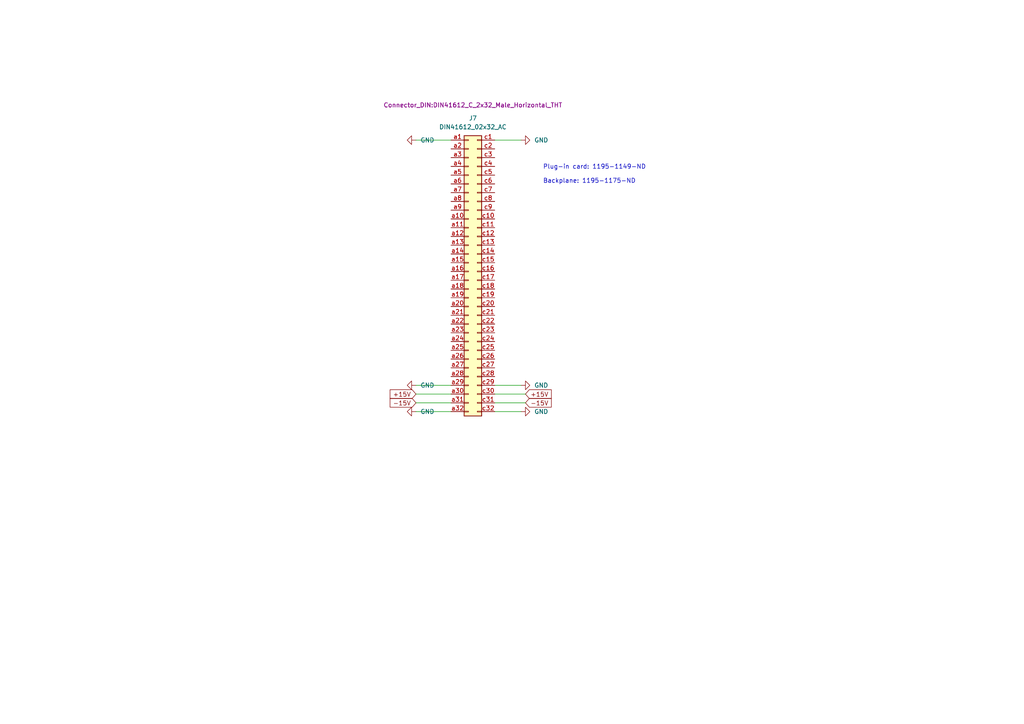
<source format=kicad_sch>
(kicad_sch (version 20250114) (generator "eeschema") (generator_version "9.0")
  (paper "A4")
  (lib_symbols
    (symbol "Connector:DIN41612_02x32_AC" (pin_names (offset 1.016) (hide yes))
      (property "Reference" "J" (at 1.27 40.64 0))
      (property "Value" "DIN41612_02x32_AC" (at 1.27 -43.18 0))
      (symbol "DIN41612_02x32_AC_1_1"
        (rectangle (start -1.27 39.37) (end 3.81 -41.91) (stroke (width 0.254)) (fill (type background)))
        (rectangle (start -1.27 38.227) (end 0 37.973) (stroke (width 0.1524)))
        (rectangle (start -1.27 35.687) (end 0 35.433) (stroke (width 0.1524)))
        (rectangle (start -1.27 33.147) (end 0 32.893) (stroke (width 0.1524)))
        (rectangle (start -1.27 30.607) (end 0 30.353) (stroke (width 0.1524)))
        (rectangle (start -1.27 28.067) (end 0 27.813) (stroke (width 0.1524)))
        (rectangle (start -1.27 25.527) (end 0 25.273) (stroke (width 0.1524)))
        (rectangle (start -1.27 22.987) (end 0 22.733) (stroke (width 0.1524)))
        (rectangle (start -1.27 20.447) (end 0 20.193) (stroke (width 0.1524)))
        (rectangle (start -1.27 17.907) (end 0 17.653) (stroke (width 0.1524)))
        (rectangle (start -1.27 15.367) (end 0 15.113) (stroke (width 0.1524)))
        (rectangle (start -1.27 12.827) (end 0 12.573) (stroke (width 0.1524)))
        (rectangle (start -1.27 10.287) (end 0 10.033) (stroke (width 0.1524)))
        (rectangle (start -1.27 7.747) (end 0 7.493) (stroke (width 0.1524)))
        (rectangle (start -1.27 5.207) (end 0 4.953) (stroke (width 0.1524)))
        (rectangle (start -1.27 2.667) (end 0 2.413) (stroke (width 0.1524)))
        (rectangle (start -1.27 0.127) (end 0 -0.127) (stroke (width 0.1524)))
        (rectangle (start -1.27 -2.413) (end 0 -2.667) (stroke (width 0.1524)))
        (rectangle (start -1.27 -4.953) (end 0 -5.207) (stroke (width 0.1524)))
        (rectangle (start -1.27 -7.493) (end 0 -7.747) (stroke (width 0.1524)))
        (rectangle (start -1.27 -10.033) (end 0 -10.287) (stroke (width 0.1524)))
        (rectangle (start -1.27 -12.573) (end 0 -12.827) (stroke (width 0.1524)))
        (rectangle (start -1.27 -15.113) (end 0 -15.367) (stroke (width 0.1524)))
        (rectangle (start -1.27 -17.653) (end 0 -17.907) (stroke (width 0.1524)))
        (rectangle (start -1.27 -20.193) (end 0 -20.447) (stroke (width 0.1524)))
        (rectangle (start -1.27 -22.733) (end 0 -22.987) (stroke (width 0.1524)))
        (rectangle (start -1.27 -25.273) (end 0 -25.527) (stroke (width 0.1524)))
        (rectangle (start -1.27 -27.813) (end 0 -28.067) (stroke (width 0.1524)))
        (rectangle (start -1.27 -30.353) (end 0 -30.607) (stroke (width 0.1524)))
        (rectangle (start -1.27 -32.893) (end 0 -33.147) (stroke (width 0.1524)))
        (rectangle (start -1.27 -35.433) (end 0 -35.687) (stroke (width 0.1524)))
        (rectangle (start -1.27 -37.973) (end 0 -38.227) (stroke (width 0.1524)))
        (rectangle (start -1.27 -40.513) (end 0 -40.767) (stroke (width 0.1524)))
        (rectangle (start 3.81 38.227) (end 2.54 37.973) (stroke (width 0.1524)))
        (rectangle (start 3.81 35.687) (end 2.54 35.433) (stroke (width 0.1524)))
        (rectangle (start 3.81 33.147) (end 2.54 32.893) (stroke (width 0.1524)))
        (rectangle (start 3.81 30.607) (end 2.54 30.353) (stroke (width 0.1524)))
        (rectangle (start 3.81 28.067) (end 2.54 27.813) (stroke (width 0.1524)))
        (rectangle (start 3.81 25.527) (end 2.54 25.273) (stroke (width 0.1524)))
        (rectangle (start 3.81 22.987) (end 2.54 22.733) (stroke (width 0.1524)))
        (rectangle (start 3.81 20.447) (end 2.54 20.193) (stroke (width 0.1524)))
        (rectangle (start 3.81 17.907) (end 2.54 17.653) (stroke (width 0.1524)))
        (rectangle (start 3.81 15.367) (end 2.54 15.113) (stroke (width 0.1524)))
        (rectangle (start 3.81 12.827) (end 2.54 12.573) (stroke (width 0.1524)))
        (rectangle (start 3.81 10.287) (end 2.54 10.033) (stroke (width 0.1524)))
        (rectangle (start 3.81 7.747) (end 2.54 7.493) (stroke (width 0.1524)))
        (rectangle (start 3.81 5.207) (end 2.54 4.953) (stroke (width 0.1524)))
        (rectangle (start 3.81 2.667) (end 2.54 2.413) (stroke (width 0.1524)))
        (rectangle (start 3.81 0.127) (end 2.54 -0.127) (stroke (width 0.1524)))
        (rectangle (start 3.81 -2.413) (end 2.54 -2.667) (stroke (width 0.1524)))
        (rectangle (start 3.81 -4.953) (end 2.54 -5.207) (stroke (width 0.1524)))
        (rectangle (start 3.81 -7.493) (end 2.54 -7.747) (stroke (width 0.1524)))
        (rectangle (start 3.81 -10.033) (end 2.54 -10.287) (stroke (width 0.1524)))
        (rectangle (start 3.81 -12.573) (end 2.54 -12.827) (stroke (width 0.1524)))
        (rectangle (start 3.81 -15.113) (end 2.54 -15.367) (stroke (width 0.1524)))
        (rectangle (start 3.81 -17.653) (end 2.54 -17.907) (stroke (width 0.1524)))
        (rectangle (start 3.81 -20.193) (end 2.54 -20.447) (stroke (width 0.1524)))
        (rectangle (start 3.81 -22.733) (end 2.54 -22.987) (stroke (width 0.1524)))
        (rectangle (start 3.81 -25.273) (end 2.54 -25.527) (stroke (width 0.1524)))
        (rectangle (start 3.81 -27.813) (end 2.54 -28.067) (stroke (width 0.1524)))
        (rectangle (start 3.81 -30.353) (end 2.54 -30.607) (stroke (width 0.1524)))
        (rectangle (start 3.81 -32.893) (end 2.54 -33.147) (stroke (width 0.1524)))
        (rectangle (start 3.81 -35.433) (end 2.54 -35.687) (stroke (width 0.1524)))
        (rectangle (start 3.81 -37.973) (end 2.54 -38.227) (stroke (width 0.1524)))
        (rectangle (start 3.81 -40.513) (end 2.54 -40.767) (stroke (width 0.1524)))
        (pin passive line (at -5.08 38.1 0) (length 3.81) (name "Pin_a1") (number "a1"))
        (pin passive line (at -5.08 35.56 0) (length 3.81) (name "Pin_a2") (number "a2"))
        (pin passive line (at -5.08 33.02 0) (length 3.81) (name "Pin_a3") (number "a3"))
        (pin passive line (at -5.08 30.48 0) (length 3.81) (name "Pin_a4") (number "a4"))
        (pin passive line (at -5.08 27.94 0) (length 3.81) (name "Pin_a5") (number "a5"))
        (pin passive line (at -5.08 25.4 0) (length 3.81) (name "Pin_a6") (number "a6"))
        (pin passive line (at -5.08 22.86 0) (length 3.81) (name "Pin_a7") (number "a7"))
        (pin passive line (at -5.08 20.32 0) (length 3.81) (name "Pin_a8") (number "a8"))
        (pin passive line (at -5.08 17.78 0) (length 3.81) (name "Pin_a9") (number "a9"))
        (pin passive line (at -5.08 15.24 0) (length 3.81) (name "Pin_a10") (number "a10"))
        (pin passive line (at -5.08 12.7 0) (length 3.81) (name "Pin_a11") (number "a11"))
        (pin passive line (at -5.08 10.16 0) (length 3.81) (name "Pin_a12") (number "a12"))
        (pin passive line (at -5.08 7.62 0) (length 3.81) (name "Pin_a13") (number "a13"))
        (pin passive line (at -5.08 5.08 0) (length 3.81) (name "Pin_a14") (number "a14"))
        (pin passive line (at -5.08 2.54 0) (length 3.81) (name "Pin_a15") (number "a15"))
        (pin passive line (at -5.08 0 0) (length 3.81) (name "Pin_a16") (number "a16"))
        (pin passive line (at -5.08 -2.54 0) (length 3.81) (name "Pin_a17") (number "a17"))
        (pin passive line (at -5.08 -5.08 0) (length 3.81) (name "Pin_a18") (number "a18"))
        (pin passive line (at -5.08 -7.62 0) (length 3.81) (name "Pin_a19") (number "a19"))
        (pin passive line (at -5.08 -10.16 0) (length 3.81) (name "Pin_a20") (number "a20"))
        (pin passive line (at -5.08 -12.7 0) (length 3.81) (name "Pin_a21") (number "a21"))
        (pin passive line (at -5.08 -15.24 0) (length 3.81) (name "Pin_a22") (number "a22"))
        (pin passive line (at -5.08 -17.78 0) (length 3.81) (name "Pin_a23") (number "a23"))
        (pin passive line (at -5.08 -20.32 0) (length 3.81) (name "Pin_a24") (number "a24"))
        (pin passive line (at -5.08 -22.86 0) (length 3.81) (name "Pin_a25") (number "a25"))
        (pin passive line (at -5.08 -25.4 0) (length 3.81) (name "Pin_a26") (number "a26"))
        (pin passive line (at -5.08 -27.94 0) (length 3.81) (name "Pin_a27") (number "a27"))
        (pin passive line (at -5.08 -30.48 0) (length 3.81) (name "Pin_a28") (number "a28"))
        (pin passive line (at -5.08 -33.02 0) (length 3.81) (name "Pin_a29") (number "a29"))
        (pin passive line (at -5.08 -35.56 0) (length 3.81) (name "Pin_a30") (number "a30"))
        (pin passive line (at -5.08 -38.1 0) (length 3.81) (name "Pin_a31") (number "a31"))
        (pin passive line (at -5.08 -40.64 0) (length 3.81) (name "Pin_a32") (number "a32"))
        (pin passive line (at 7.62 38.1 180) (length 3.81) (name "Pin_c1") (number "c1"))
        (pin passive line (at 7.62 35.56 180) (length 3.81) (name "Pin_c2") (number "c2"))
        (pin passive line (at 7.62 33.02 180) (length 3.81) (name "Pin_c3") (number "c3"))
        (pin passive line (at 7.62 30.48 180) (length 3.81) (name "Pin_c4") (number "c4"))
        (pin passive line (at 7.62 27.94 180) (length 3.81) (name "Pin_c5") (number "c5"))
        (pin passive line (at 7.62 25.4 180) (length 3.81) (name "Pin_c6") (number "c6"))
        (pin passive line (at 7.62 22.86 180) (length 3.81) (name "Pin_c7") (number "c7"))
        (pin passive line (at 7.62 20.32 180) (length 3.81) (name "Pin_c8") (number "c8"))
        (pin passive line (at 7.62 17.78 180) (length 3.81) (name "Pin_c9") (number "c9"))
        (pin passive line (at 7.62 15.24 180) (length 3.81) (name "Pin_c10") (number "c10"))
        (pin passive line (at 7.62 12.7 180) (length 3.81) (name "Pin_c11") (number "c11"))
        (pin passive line (at 7.62 10.16 180) (length 3.81) (name "Pin_c12") (number "c12"))
        (pin passive line (at 7.62 7.62 180) (length 3.81) (name "Pin_c13") (number "c13"))
        (pin passive line (at 7.62 5.08 180) (length 3.81) (name "Pin_c14") (number "c14"))
        (pin passive line (at 7.62 2.54 180) (length 3.81) (name "Pin_c15") (number "c15"))
        (pin passive line (at 7.62 0 180) (length 3.81) (name "Pin_c16") (number "c16"))
        (pin passive line (at 7.62 -2.54 180) (length 3.81) (name "Pin_c17") (number "c17"))
        (pin passive line (at 7.62 -5.08 180) (length 3.81) (name "Pin_c18") (number "c18"))
        (pin passive line (at 7.62 -7.62 180) (length 3.81) (name "Pin_c19") (number "c19"))
        (pin passive line (at 7.62 -10.16 180) (length 3.81) (name "Pin_c20") (number "c20"))
        (pin passive line (at 7.62 -12.7 180) (length 3.81) (name "Pin_c21") (number "c21"))
        (pin passive line (at 7.62 -15.24 180) (length 3.81) (name "Pin_c22") (number "c22"))
        (pin passive line (at 7.62 -17.78 180) (length 3.81) (name "Pin_c23") (number "c23"))
        (pin passive line (at 7.62 -20.32 180) (length 3.81) (name "Pin_c24") (number "c24"))
        (pin passive line (at 7.62 -22.86 180) (length 3.81) (name "Pin_c25") (number "c25"))
        (pin passive line (at 7.62 -25.4 180) (length 3.81) (name "Pin_c26") (number "c26"))
        (pin passive line (at 7.62 -27.94 180) (length 3.81) (name "Pin_c27") (number "c27"))
        (pin passive line (at 7.62 -30.48 180) (length 3.81) (name "Pin_c28") (number "c28"))
        (pin passive line (at 7.62 -33.02 180) (length 3.81) (name "Pin_c29") (number "c29"))
        (pin passive line (at 7.62 -35.56 180) (length 3.81) (name "Pin_c30") (number "c30"))
        (pin passive line (at 7.62 -38.1 180) (length 3.81) (name "Pin_c31") (number "c31"))
        (pin passive line (at 7.62 -40.64 180) (length 3.81) (name "Pin_c32") (number "c32"))
      )
    )
    (symbol "power:GND" (power) (pin_names (offset 0))
      (property "Value" "GND" (at 0 -3.81 0))
      (symbol "GND_0_1"
        (polyline (pts (xy 0 0) (xy 0 -1.27) (xy 1.27 -1.27) (xy 0 -2.54) (xy -1.27 -1.27) (xy 0 -1.27)))
      )
      (symbol "GND_1_1"
        (pin power_in line (at 0 0 270) (length 0) (hide yes) (name "GND") (number "1"))
      )
    )
  )
  (text "Plug-in card: 1195-1149-ND\n\nBackplane: 1195-1175-ND\n" (at 157.48 53.34 0) (effects (font (size 1.27 1.27)) (justify left bottom)))
  (wire (pts (xy 143.51 111.76) (xy 151.13 111.76)))
  (wire (pts (xy 120.65 111.76) (xy 130.81 111.76)))
  (wire (pts (xy 120.65 40.64) (xy 130.81 40.64)))
  (wire (pts (xy 120.65 119.38) (xy 130.81 119.38)))
  (wire (pts (xy 120.65 114.3) (xy 130.81 114.3)))
  (wire (pts (xy 143.51 119.38) (xy 151.13 119.38)))
  (wire (pts (xy 120.65 116.84) (xy 130.81 116.84)))
  (wire (pts (xy 143.51 114.3) (xy 152.4 114.3)))
  (wire (pts (xy 143.51 40.64) (xy 151.13 40.64)))
  (wire (pts (xy 143.51 116.84) (xy 152.4 116.84)))
  (global_label "-15V" (shape input) (at 152.4 116.84 0) (property "Intersheetrefs" "${INTERSHEET_REFS}" (effects (hide yes))))
  (global_label "-15V" (shape input) (at 120.65 116.84 180) (property "Intersheetrefs" "${INTERSHEET_REFS}" (effects (hide yes))))
  (global_label "+15V" (shape input) (at 152.4 114.3 0) (property "Intersheetrefs" "${INTERSHEET_REFS}" (effects (hide yes))))
  (global_label "+15V" (shape input) (at 120.65 114.3 180) (property "Intersheetrefs" "${INTERSHEET_REFS}" (effects (hide yes))))
  (symbol (lib_id "power:GND") (at 151.13 111.76 90) (unit 1)
    (property "Reference" "#PWR0131" (effects (hide yes)))
    (property "Value" "GND" (at 154.94 111.7599 90) (effects (justify right)))
  )
  (symbol (lib_id "power:GND") (at 120.65 119.38 270) (unit 1)
    (property "Reference" "#PWR0128" (effects (hide yes)))
    (property "Value" "GND" (at 121.92 119.3799 90) (effects (justify left)))
  )
  (symbol (lib_id "Connector:DIN41612_02x32_AC") (at 135.89 78.74 0) (unit 1)
    (property "Reference" "J7" (at 137.16 34.29 0))
    (property "Value" "DIN41612_02x32_AC" (at 137.16 36.83 0))
    (property "Footprint" "Connector_DIN:DIN41612_C_2x32_Male_Horizontal_THT" (at 137.16 30.48 0))
  )
  (symbol (lib_id "power:GND") (at 151.13 119.38 90) (unit 1)
    (property "Reference" "#PWR0132" (effects (hide yes)))
    (property "Value" "GND" (at 154.94 119.3799 90) (effects (justify right)))
  )
  (symbol (lib_id "power:GND") (at 120.65 40.64 270) (unit 1)
    (property "Reference" "#PWR0129" (effects (hide yes)))
    (property "Value" "GND" (at 121.92 40.6399 90) (effects (justify left)))
  )
  (symbol (lib_id "power:GND") (at 120.65 111.76 270) (unit 1)
    (property "Reference" "#PWR0127" (effects (hide yes)))
    (property "Value" "GND" (at 121.92 111.7599 90) (effects (justify left)))
  )
  (symbol (lib_id "power:GND") (at 151.13 40.64 90) (unit 1)
    (property "Reference" "#PWR0130" (effects (hide yes)))
    (property "Value" "GND" (at 154.94 40.6399 90) (effects (justify right)))
  )
)
</source>
